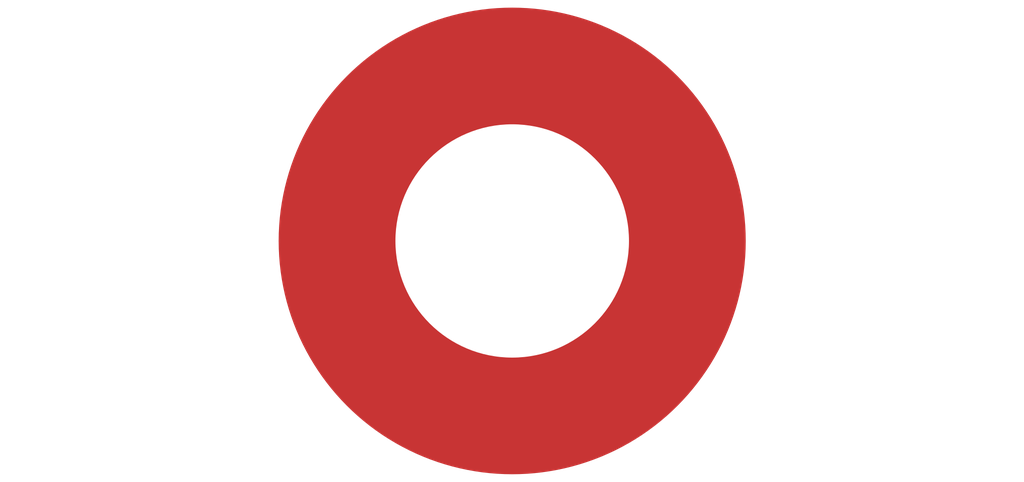
<source format=kicad_pcb>
(kicad_pcb (version 20240108) (generator pcbnew)
  (layers (0 "F.Cu" signal) (31 "B.Cu" signal) (34 "B.Paste" user) (35 "F.Paste" user) (36 "B.SilkS" user "B.Silkscreen") (37 "F.SilkS" user "F.Silkscreen") (38 "B.Mask" user) (39 "F.Mask" user) (44 "Edge.Cuts" user))
  (net 0 "")
  (footprint "MountingHole_8.4mm_M8_Pad_TopOnly" (layer "F.Cu") (at 0 0)
    (property "Reference" "REF**")
    (property "Value" "MountingHole_8.4mm_M8_Pad_TopOnly")
    (pad "1" thru_hole circle (at 0 0) (size 8.8 8.8) (drill 8.4) (layers *.Cu *.Mask) (remove_unused_layers))
    (pad "1" connect circle (at 0 0) (size 16.8 16.8) (layers "F.Cu" "F.Mask"))
  )
)
</source>
